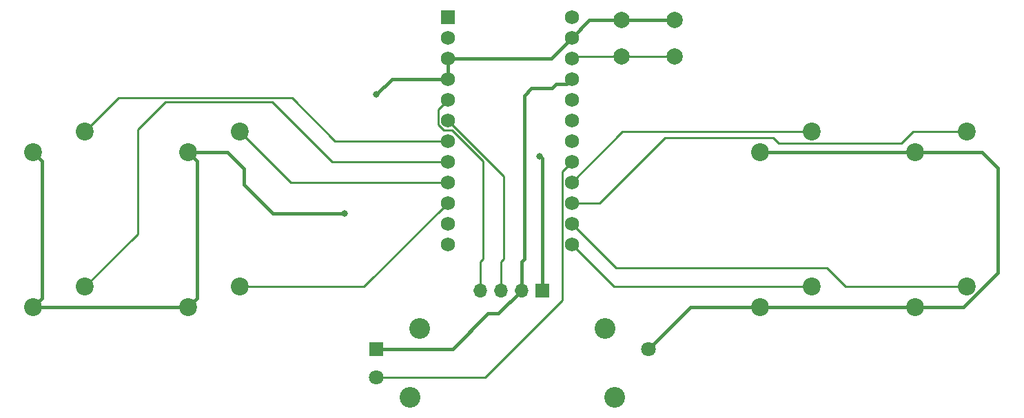
<source format=gbr>
%TF.GenerationSoftware,KiCad,Pcbnew,(7.0.0)*%
%TF.CreationDate,2023-07-30T22:41:47-07:00*%
%TF.ProjectId,macropad-V3,6d616372-6f70-4616-942d-56332e6b6963,rev?*%
%TF.SameCoordinates,Original*%
%TF.FileFunction,Copper,L2,Bot*%
%TF.FilePolarity,Positive*%
%FSLAX46Y46*%
G04 Gerber Fmt 4.6, Leading zero omitted, Abs format (unit mm)*
G04 Created by KiCad (PCBNEW (7.0.0)) date 2023-07-30 22:41:47*
%MOMM*%
%LPD*%
G01*
G04 APERTURE LIST*
%TA.AperFunction,ComponentPad*%
%ADD10C,2.200000*%
%TD*%
%TA.AperFunction,ComponentPad*%
%ADD11C,2.000000*%
%TD*%
%TA.AperFunction,ComponentPad*%
%ADD12R,1.752600X1.752600*%
%TD*%
%TA.AperFunction,ComponentPad*%
%ADD13C,1.752600*%
%TD*%
%TA.AperFunction,ComponentPad*%
%ADD14R,1.700000X1.700000*%
%TD*%
%TA.AperFunction,ComponentPad*%
%ADD15O,1.700000X1.700000*%
%TD*%
%TA.AperFunction,ComponentPad*%
%ADD16R,1.800000X1.800000*%
%TD*%
%TA.AperFunction,ComponentPad*%
%ADD17C,1.800000*%
%TD*%
%TA.AperFunction,ComponentPad*%
%ADD18C,2.550000*%
%TD*%
%TA.AperFunction,ViaPad*%
%ADD19C,0.800000*%
%TD*%
%TA.AperFunction,Conductor*%
%ADD20C,0.381000*%
%TD*%
%TA.AperFunction,Conductor*%
%ADD21C,0.250000*%
%TD*%
G04 APERTURE END LIST*
D10*
%TO.P,MX7,1,1*%
%TO.N,KEY6*%
X196088000Y-67818000D03*
%TO.P,MX7,2,2*%
%TO.N,GND*%
X189738000Y-70358000D03*
%TD*%
%TO.P,MX2,1,1*%
%TO.N,KEY1*%
X87757000Y-86868000D03*
%TO.P,MX2,2,2*%
%TO.N,GND*%
X81407000Y-89408000D03*
%TD*%
D11*
%TO.P,SW1,1,1*%
%TO.N,GND*%
X153670000Y-54102000D03*
X160170000Y-54102000D03*
%TO.P,SW1,2,2*%
%TO.N,Net-(U1-RST)*%
X153670000Y-58602000D03*
X160170000Y-58602000D03*
%TD*%
D10*
%TO.P,MX6,1,1*%
%TO.N,KEY5*%
X177038000Y-86868000D03*
%TO.P,MX6,2,2*%
%TO.N,GND*%
X170688000Y-89408000D03*
%TD*%
%TO.P,MX4,1,1*%
%TO.N,KEY3*%
X106807000Y-86868000D03*
%TO.P,MX4,2,2*%
%TO.N,GND*%
X100457000Y-89408000D03*
%TD*%
%TO.P,MX5,1,1*%
%TO.N,KEY4*%
X177038000Y-67818000D03*
%TO.P,MX5,2,2*%
%TO.N,GND*%
X170688000Y-70358000D03*
%TD*%
D12*
%TO.P,U1,1,TX*%
%TO.N,unconnected-(U1-TX-Pad1)*%
X132333999Y-53720999D03*
D13*
%TO.P,U1,2,RX*%
%TO.N,unconnected-(U1-RX-Pad2)*%
X132334000Y-56261000D03*
%TO.P,U1,3,GND*%
%TO.N,GND*%
X132334000Y-58801000D03*
%TO.P,U1,4,GND*%
X132334000Y-61341000D03*
%TO.P,U1,5,2*%
%TO.N,SDA*%
X132334000Y-63881000D03*
%TO.P,U1,6,3*%
%TO.N,SCL*%
X132334000Y-66421000D03*
%TO.P,U1,7,4*%
%TO.N,KEY0*%
X132334000Y-68961000D03*
%TO.P,U1,8,5*%
%TO.N,KEY1*%
X132334000Y-71501000D03*
%TO.P,U1,9,6*%
%TO.N,KEY2*%
X132334000Y-74041000D03*
%TO.P,U1,10,7*%
%TO.N,KEY3*%
X132334000Y-76581000D03*
%TO.P,U1,11,8*%
%TO.N,unconnected-(U1-8-Pad11)*%
X132334000Y-79121000D03*
%TO.P,U1,12,9*%
%TO.N,unconnected-(U1-9-Pad12)*%
X132334000Y-81661000D03*
%TO.P,U1,13,10*%
%TO.N,KEY5*%
X147574000Y-81661000D03*
%TO.P,U1,14,16*%
%TO.N,KEY7*%
X147574000Y-79121000D03*
%TO.P,U1,15,14*%
%TO.N,KEY6*%
X147574000Y-76581000D03*
%TO.P,U1,16,15*%
%TO.N,KEY4*%
X147574000Y-74041000D03*
%TO.P,U1,17,A0*%
%TO.N,ADC0*%
X147574000Y-71501000D03*
%TO.P,U1,18,A1*%
%TO.N,unconnected-(U1-A1-Pad18)*%
X147574000Y-68961000D03*
%TO.P,U1,19,A2*%
%TO.N,unconnected-(U1-A2-Pad19)*%
X147574000Y-66421000D03*
%TO.P,U1,20,A3*%
%TO.N,unconnected-(U1-A3-Pad20)*%
X147574000Y-63881000D03*
%TO.P,U1,21,VCC*%
%TO.N,VCC*%
X147574000Y-61341000D03*
%TO.P,U1,22,RST*%
%TO.N,Net-(U1-RST)*%
X147574000Y-58801000D03*
%TO.P,U1,23,GND*%
%TO.N,GND*%
X147574000Y-56261000D03*
%TO.P,U1,24,RAW*%
%TO.N,unconnected-(U1-RAW-Pad24)*%
X147574000Y-53721000D03*
%TD*%
D10*
%TO.P,MX8,1,1*%
%TO.N,KEY7*%
X196088000Y-86868000D03*
%TO.P,MX8,2,2*%
%TO.N,GND*%
X189738000Y-89408000D03*
%TD*%
D14*
%TO.P,128x32oLed1,1,Pin_1*%
%TO.N,GND*%
X143902999Y-87337999D03*
D15*
%TO.P,128x32oLed1,2,Pin_2*%
%TO.N,VCC*%
X141362999Y-87337999D03*
%TO.P,128x32oLed1,3,Pin_3*%
%TO.N,SCL*%
X138822999Y-87337999D03*
%TO.P,128x32oLed1,4,Pin_4*%
%TO.N,SDA*%
X136282999Y-87337999D03*
%TD*%
D10*
%TO.P,MX1,1,1*%
%TO.N,KEY0*%
X87757000Y-67818000D03*
%TO.P,MX1,2,2*%
%TO.N,GND*%
X81407000Y-70358000D03*
%TD*%
%TO.P,MX3,1,1*%
%TO.N,KEY2*%
X106807000Y-67818000D03*
%TO.P,MX3,2,2*%
%TO.N,GND*%
X100457000Y-70358000D03*
%TD*%
D16*
%TO.P,R1,1*%
%TO.N,VCC*%
X123503499Y-94515999D03*
D17*
%TO.P,R1,2*%
%TO.N,ADC0*%
X123503500Y-98016000D03*
%TO.P,R1,3*%
%TO.N,GND*%
X157003500Y-94516000D03*
D18*
%TO.P,R1,S1*%
%TO.N,N/C*%
X128853500Y-92016000D03*
%TO.P,R1,S2*%
X127653500Y-100516000D03*
%TO.P,R1,S3*%
X151653500Y-92016000D03*
%TO.P,R1,S4*%
X152853500Y-100516000D03*
%TD*%
D19*
%TO.N,GND*%
X123571000Y-63246000D03*
X119634000Y-77851000D03*
X143637000Y-70866000D03*
%TD*%
D20*
%TO.N,GND*%
X107315000Y-74295000D02*
X110871000Y-77851000D01*
X110871000Y-77851000D02*
X119634000Y-77851000D01*
X105283000Y-70358000D02*
X107315000Y-72390000D01*
X107315000Y-72390000D02*
X107315000Y-74295000D01*
X100457000Y-70358000D02*
X105283000Y-70358000D01*
X125476000Y-61341000D02*
X132334000Y-61341000D01*
X123571000Y-63246000D02*
X125476000Y-61341000D01*
X101556999Y-88308001D02*
X100457000Y-89408000D01*
X100457000Y-70358000D02*
X101556999Y-71457999D01*
X101556999Y-71457999D02*
X101556999Y-88308001D01*
X82506999Y-88308001D02*
X82506999Y-71457999D01*
X81407000Y-89408000D02*
X82506999Y-88308001D01*
X82506999Y-71457999D02*
X81407000Y-70358000D01*
X100457000Y-89408000D02*
X81407000Y-89408000D01*
X189738000Y-70358000D02*
X170688000Y-70358000D01*
X199918500Y-72283500D02*
X197993000Y-70358000D01*
X197993000Y-70358000D02*
X189738000Y-70358000D01*
X199918500Y-85145386D02*
X199918500Y-72283500D01*
X189738000Y-89408000D02*
X195655886Y-89408000D01*
X195655886Y-89408000D02*
X199918500Y-85145386D01*
X170688000Y-89408000D02*
X189738000Y-89408000D01*
X162111500Y-89408000D02*
X170688000Y-89408000D01*
X157003500Y-94516000D02*
X162111500Y-89408000D01*
D21*
%TO.N,KEY7*%
X178943000Y-84582000D02*
X153035000Y-84582000D01*
X181229000Y-86868000D02*
X178943000Y-84582000D01*
X153035000Y-84582000D02*
X147574000Y-79121000D01*
X196088000Y-86868000D02*
X181229000Y-86868000D01*
%TO.N,KEY5*%
X152781000Y-86868000D02*
X147574000Y-81661000D01*
X177038000Y-86868000D02*
X152781000Y-86868000D01*
%TO.N,KEY6*%
X172339000Y-68580000D02*
X159004000Y-68580000D01*
X151003000Y-76581000D02*
X147574000Y-76581000D01*
X188075745Y-69243000D02*
X173002000Y-69243000D01*
X189500745Y-67818000D02*
X188075745Y-69243000D01*
X173002000Y-69243000D02*
X172339000Y-68580000D01*
X159004000Y-68580000D02*
X151003000Y-76581000D01*
X196088000Y-67818000D02*
X189500745Y-67818000D01*
%TO.N,KEY4*%
X153797000Y-67818000D02*
X147574000Y-74041000D01*
X177038000Y-67818000D02*
X153797000Y-67818000D01*
%TO.N,KEY2*%
X113030000Y-74041000D02*
X132334000Y-74041000D01*
X106807000Y-67818000D02*
X113030000Y-74041000D01*
%TO.N,KEY3*%
X122047000Y-86868000D02*
X132334000Y-76581000D01*
X106807000Y-86868000D02*
X122047000Y-86868000D01*
%TO.N,KEY0*%
X113215000Y-63685000D02*
X118491000Y-68961000D01*
X118491000Y-68961000D02*
X132334000Y-68961000D01*
X87757000Y-67818000D02*
X91890000Y-63685000D01*
X91890000Y-63685000D02*
X113215000Y-63685000D01*
%TO.N,KEY1*%
X118110000Y-71501000D02*
X132334000Y-71501000D01*
X110744000Y-64135000D02*
X118110000Y-71501000D01*
X97663000Y-64135000D02*
X110744000Y-64135000D01*
X94234000Y-67564000D02*
X97663000Y-64135000D01*
X94234000Y-80391000D02*
X94234000Y-67564000D01*
X87757000Y-86868000D02*
X94234000Y-80391000D01*
%TO.N,Net-(U1-RST)*%
X153670000Y-58602000D02*
X147773000Y-58602000D01*
X147773000Y-58602000D02*
X147574000Y-58801000D01*
D20*
%TO.N,GND*%
X149733000Y-54102000D02*
X147574000Y-56261000D01*
X143637000Y-70866000D02*
X143903000Y-71132000D01*
X143903000Y-71132000D02*
X143903000Y-87338000D01*
X147574000Y-56261000D02*
X145034000Y-58801000D01*
X153670000Y-54102000D02*
X160170000Y-54102000D01*
X132334000Y-61341000D02*
X132334000Y-58801000D01*
X145034000Y-58801000D02*
X132334000Y-58801000D01*
X153670000Y-54102000D02*
X149733000Y-54102000D01*
%TO.N,VCC*%
X132941000Y-94516000D02*
X137287000Y-90170000D01*
X141732000Y-83439000D02*
X141732000Y-63373000D01*
X141732000Y-63373000D02*
X142621000Y-62484000D01*
X145669000Y-61976000D02*
X146939000Y-61976000D01*
X141363000Y-87338000D02*
X141363000Y-83808000D01*
X142621000Y-62484000D02*
X145161000Y-62484000D01*
X146939000Y-61976000D02*
X147574000Y-61341000D01*
X138531000Y-90170000D02*
X141363000Y-87338000D01*
X141363000Y-83808000D02*
X141732000Y-83439000D01*
X137287000Y-90170000D02*
X138531000Y-90170000D01*
X123503500Y-94516000D02*
X132941000Y-94516000D01*
X145161000Y-62484000D02*
X145669000Y-61976000D01*
D21*
%TO.N,SCL*%
X139192000Y-83439000D02*
X139192000Y-73279000D01*
X138823000Y-87338000D02*
X138823000Y-83808000D01*
X138823000Y-83808000D02*
X139192000Y-83439000D01*
X139192000Y-73279000D02*
X132334000Y-66421000D01*
%TO.N,SDA*%
X136283000Y-83808000D02*
X136652000Y-83439000D01*
X136652000Y-71442705D02*
X132831595Y-67622300D01*
X131132700Y-65082300D02*
X132334000Y-63881000D01*
X131132700Y-66918595D02*
X131132700Y-65082300D01*
X136652000Y-83439000D02*
X136652000Y-71442705D01*
X131836405Y-67622300D02*
X131132700Y-66918595D01*
X132831595Y-67622300D02*
X131836405Y-67622300D01*
X136283000Y-87338000D02*
X136283000Y-83808000D01*
%TO.N,GND*%
X81534000Y-69970000D02*
X81280000Y-69716000D01*
%TO.N,KEY0*%
X88145000Y-67691000D02*
X87630000Y-67176000D01*
%TO.N,KEY3*%
X106807000Y-86868000D02*
X107442000Y-87503000D01*
%TO.N,KEY6*%
X195294366Y-67303000D02*
X196850000Y-67303000D01*
%TO.N,ADC0*%
X123503500Y-98016000D02*
X136934000Y-98016000D01*
X146372700Y-72702300D02*
X147574000Y-71501000D01*
X146372700Y-88577300D02*
X146372700Y-72702300D01*
X136934000Y-98016000D02*
X146372700Y-88577300D01*
%TO.N,Net-(U1-RST)*%
X160170000Y-58602000D02*
X153670000Y-58602000D01*
%TD*%
M02*

</source>
